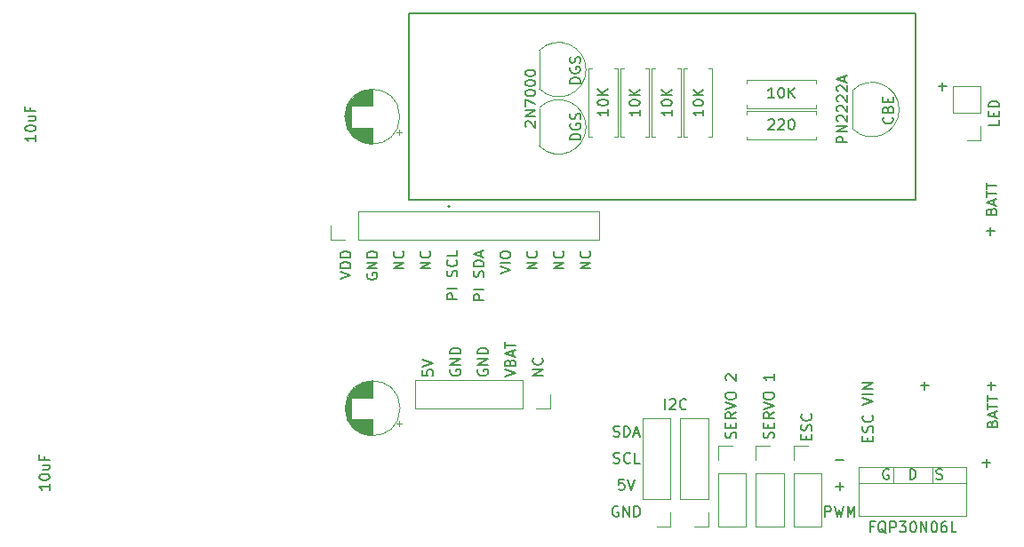
<source format=gbr>
%TF.GenerationSoftware,KiCad,Pcbnew,(5.1.8)-1*%
%TF.CreationDate,2021-12-28T16:16:16-05:00*%
%TF.ProjectId,PiRaceHat,50695261-6365-4486-9174-2e6b69636164,rev?*%
%TF.SameCoordinates,Original*%
%TF.FileFunction,Legend,Top*%
%TF.FilePolarity,Positive*%
%FSLAX46Y46*%
G04 Gerber Fmt 4.6, Leading zero omitted, Abs format (unit mm)*
G04 Created by KiCad (PCBNEW (5.1.8)-1) date 2021-12-28 16:16:16*
%MOMM*%
%LPD*%
G01*
G04 APERTURE LIST*
%ADD10C,0.150000*%
%ADD11C,0.120000*%
%ADD12C,0.127000*%
%ADD13C,0.200000*%
%ADD14R,4.000000X4.000000*%
%ADD15C,4.000000*%
%ADD16R,1.700000X1.700000*%
%ADD17O,1.700000X1.700000*%
%ADD18C,6.200000*%
%ADD19R,1.500000X1.050000*%
%ADD20O,1.500000X1.050000*%
%ADD21R,1.905000X2.000000*%
%ADD22O,1.905000X2.000000*%
%ADD23R,1.574800X1.574800*%
%ADD24C,1.574800*%
%ADD25C,1.200000*%
%ADD26R,1.600000X1.600000*%
%ADD27C,1.600000*%
%ADD28O,1.600000X1.600000*%
G04 APERTURE END LIST*
D10*
X47445708Y-54911904D02*
X48445708Y-54578570D01*
X47445708Y-54245237D01*
X48445708Y-53911904D02*
X47445708Y-53911904D01*
X47445708Y-53245237D02*
X47445708Y-53054761D01*
X47493328Y-52959523D01*
X47588566Y-52864285D01*
X47779042Y-52816666D01*
X48112375Y-52816666D01*
X48302851Y-52864285D01*
X48398089Y-52959523D01*
X48445708Y-53054761D01*
X48445708Y-53245237D01*
X48398089Y-53340475D01*
X48302851Y-53435713D01*
X48112375Y-53483332D01*
X47779042Y-53483332D01*
X47588566Y-53435713D01*
X47493328Y-53340475D01*
X47445708Y-53245237D01*
X56062380Y-54435714D02*
X55062380Y-54435714D01*
X56062380Y-53864285D01*
X55062380Y-53864285D01*
X55967142Y-52816666D02*
X56014761Y-52864285D01*
X56062380Y-53007142D01*
X56062380Y-53102380D01*
X56014761Y-53245238D01*
X55919523Y-53340476D01*
X55824285Y-53388095D01*
X55633809Y-53435714D01*
X55490952Y-53435714D01*
X55300476Y-53388095D01*
X55205238Y-53340476D01*
X55110000Y-53245238D01*
X55062380Y-53102380D01*
X55062380Y-53007142D01*
X55110000Y-52864285D01*
X55157619Y-52816666D01*
X53523484Y-54435714D02*
X52523484Y-54435714D01*
X53523484Y-53864285D01*
X52523484Y-53864285D01*
X53428246Y-52816666D02*
X53475865Y-52864285D01*
X53523484Y-53007142D01*
X53523484Y-53102380D01*
X53475865Y-53245238D01*
X53380627Y-53340476D01*
X53285389Y-53388095D01*
X53094913Y-53435714D01*
X52952056Y-53435714D01*
X52761580Y-53388095D01*
X52666342Y-53340476D01*
X52571104Y-53245238D01*
X52523484Y-53102380D01*
X52523484Y-53007142D01*
X52571104Y-52864285D01*
X52618723Y-52816666D01*
X50984596Y-54435714D02*
X49984596Y-54435714D01*
X50984596Y-53864285D01*
X49984596Y-53864285D01*
X50889358Y-52816666D02*
X50936977Y-52864285D01*
X50984596Y-53007142D01*
X50984596Y-53102380D01*
X50936977Y-53245238D01*
X50841739Y-53340476D01*
X50746501Y-53388095D01*
X50556025Y-53435714D01*
X50413168Y-53435714D01*
X50222692Y-53388095D01*
X50127454Y-53340476D01*
X50032216Y-53245238D01*
X49984596Y-53102380D01*
X49984596Y-53007142D01*
X50032216Y-52864285D01*
X50079835Y-52816666D01*
X55122380Y-42168095D02*
X54122380Y-42168095D01*
X54122380Y-41930000D01*
X54170000Y-41787142D01*
X54265238Y-41691904D01*
X54360476Y-41644285D01*
X54550952Y-41596666D01*
X54693809Y-41596666D01*
X54884285Y-41644285D01*
X54979523Y-41691904D01*
X55074761Y-41787142D01*
X55122380Y-41930000D01*
X55122380Y-42168095D01*
X54170000Y-40644285D02*
X54122380Y-40739523D01*
X54122380Y-40882380D01*
X54170000Y-41025238D01*
X54265238Y-41120476D01*
X54360476Y-41168095D01*
X54550952Y-41215714D01*
X54693809Y-41215714D01*
X54884285Y-41168095D01*
X54979523Y-41120476D01*
X55074761Y-41025238D01*
X55122380Y-40882380D01*
X55122380Y-40787142D01*
X55074761Y-40644285D01*
X55027142Y-40596666D01*
X54693809Y-40596666D01*
X54693809Y-40787142D01*
X55074761Y-40215714D02*
X55122380Y-40072857D01*
X55122380Y-39834761D01*
X55074761Y-39739523D01*
X55027142Y-39691904D01*
X54931904Y-39644285D01*
X54836666Y-39644285D01*
X54741428Y-39691904D01*
X54693809Y-39739523D01*
X54646190Y-39834761D01*
X54598571Y-40025238D01*
X54550952Y-40120476D01*
X54503333Y-40168095D01*
X54408095Y-40215714D01*
X54312857Y-40215714D01*
X54217619Y-40168095D01*
X54170000Y-40120476D01*
X54122380Y-40025238D01*
X54122380Y-39787142D01*
X54170000Y-39644285D01*
X55092380Y-36798095D02*
X54092380Y-36798095D01*
X54092380Y-36560000D01*
X54140000Y-36417142D01*
X54235238Y-36321904D01*
X54330476Y-36274285D01*
X54520952Y-36226666D01*
X54663809Y-36226666D01*
X54854285Y-36274285D01*
X54949523Y-36321904D01*
X55044761Y-36417142D01*
X55092380Y-36560000D01*
X55092380Y-36798095D01*
X54140000Y-35274285D02*
X54092380Y-35369523D01*
X54092380Y-35512380D01*
X54140000Y-35655238D01*
X54235238Y-35750476D01*
X54330476Y-35798095D01*
X54520952Y-35845714D01*
X54663809Y-35845714D01*
X54854285Y-35798095D01*
X54949523Y-35750476D01*
X55044761Y-35655238D01*
X55092380Y-35512380D01*
X55092380Y-35417142D01*
X55044761Y-35274285D01*
X54997142Y-35226666D01*
X54663809Y-35226666D01*
X54663809Y-35417142D01*
X55044761Y-34845714D02*
X55092380Y-34702857D01*
X55092380Y-34464761D01*
X55044761Y-34369523D01*
X54997142Y-34321904D01*
X54901904Y-34274285D01*
X54806666Y-34274285D01*
X54711428Y-34321904D01*
X54663809Y-34369523D01*
X54616190Y-34464761D01*
X54568571Y-34655238D01*
X54520952Y-34750476D01*
X54473333Y-34798095D01*
X54378095Y-34845714D01*
X54282857Y-34845714D01*
X54187619Y-34798095D01*
X54140000Y-34750476D01*
X54092380Y-34655238D01*
X54092380Y-34417142D01*
X54140000Y-34274285D01*
X49917619Y-40944285D02*
X49870000Y-40896666D01*
X49822380Y-40801428D01*
X49822380Y-40563333D01*
X49870000Y-40468095D01*
X49917619Y-40420476D01*
X50012857Y-40372857D01*
X50108095Y-40372857D01*
X50250952Y-40420476D01*
X50822380Y-40991904D01*
X50822380Y-40372857D01*
X50822380Y-39944285D02*
X49822380Y-39944285D01*
X50822380Y-39372857D01*
X49822380Y-39372857D01*
X49822380Y-38991904D02*
X49822380Y-38325238D01*
X50822380Y-38753809D01*
X49822380Y-37753809D02*
X49822380Y-37658571D01*
X49870000Y-37563333D01*
X49917619Y-37515714D01*
X50012857Y-37468095D01*
X50203333Y-37420476D01*
X50441428Y-37420476D01*
X50631904Y-37468095D01*
X50727142Y-37515714D01*
X50774761Y-37563333D01*
X50822380Y-37658571D01*
X50822380Y-37753809D01*
X50774761Y-37849047D01*
X50727142Y-37896666D01*
X50631904Y-37944285D01*
X50441428Y-37991904D01*
X50203333Y-37991904D01*
X50012857Y-37944285D01*
X49917619Y-37896666D01*
X49870000Y-37849047D01*
X49822380Y-37753809D01*
X49822380Y-36801428D02*
X49822380Y-36706190D01*
X49870000Y-36610952D01*
X49917619Y-36563333D01*
X50012857Y-36515714D01*
X50203333Y-36468095D01*
X50441428Y-36468095D01*
X50631904Y-36515714D01*
X50727142Y-36563333D01*
X50774761Y-36610952D01*
X50822380Y-36706190D01*
X50822380Y-36801428D01*
X50774761Y-36896666D01*
X50727142Y-36944285D01*
X50631904Y-36991904D01*
X50441428Y-37039523D01*
X50203333Y-37039523D01*
X50012857Y-36991904D01*
X49917619Y-36944285D01*
X49870000Y-36896666D01*
X49822380Y-36801428D01*
X49822380Y-35849047D02*
X49822380Y-35753809D01*
X49870000Y-35658571D01*
X49917619Y-35610952D01*
X50012857Y-35563333D01*
X50203333Y-35515714D01*
X50441428Y-35515714D01*
X50631904Y-35563333D01*
X50727142Y-35610952D01*
X50774761Y-35658571D01*
X50822380Y-35753809D01*
X50822380Y-35849047D01*
X50774761Y-35944285D01*
X50727142Y-35991904D01*
X50631904Y-36039523D01*
X50441428Y-36087142D01*
X50203333Y-36087142D01*
X50012857Y-36039523D01*
X49917619Y-35991904D01*
X49870000Y-35944285D01*
X49822380Y-35849047D01*
X84787142Y-40012857D02*
X84834761Y-40060476D01*
X84882380Y-40203333D01*
X84882380Y-40298571D01*
X84834761Y-40441428D01*
X84739523Y-40536666D01*
X84644285Y-40584285D01*
X84453809Y-40631904D01*
X84310952Y-40631904D01*
X84120476Y-40584285D01*
X84025238Y-40536666D01*
X83930000Y-40441428D01*
X83882380Y-40298571D01*
X83882380Y-40203333D01*
X83930000Y-40060476D01*
X83977619Y-40012857D01*
X84358571Y-39250952D02*
X84406190Y-39108095D01*
X84453809Y-39060476D01*
X84549047Y-39012857D01*
X84691904Y-39012857D01*
X84787142Y-39060476D01*
X84834761Y-39108095D01*
X84882380Y-39203333D01*
X84882380Y-39584285D01*
X83882380Y-39584285D01*
X83882380Y-39250952D01*
X83930000Y-39155714D01*
X83977619Y-39108095D01*
X84072857Y-39060476D01*
X84168095Y-39060476D01*
X84263333Y-39108095D01*
X84310952Y-39155714D01*
X84358571Y-39250952D01*
X84358571Y-39584285D01*
X84358571Y-38584285D02*
X84358571Y-38250952D01*
X84882380Y-38108095D02*
X84882380Y-38584285D01*
X83882380Y-38584285D01*
X83882380Y-38108095D01*
X3212380Y-41731428D02*
X3212380Y-42302857D01*
X3212380Y-42017142D02*
X2212380Y-42017142D01*
X2355238Y-42112380D01*
X2450476Y-42207619D01*
X2498095Y-42302857D01*
X2212380Y-41112380D02*
X2212380Y-41017142D01*
X2260000Y-40921904D01*
X2307619Y-40874285D01*
X2402857Y-40826666D01*
X2593333Y-40779047D01*
X2831428Y-40779047D01*
X3021904Y-40826666D01*
X3117142Y-40874285D01*
X3164761Y-40921904D01*
X3212380Y-41017142D01*
X3212380Y-41112380D01*
X3164761Y-41207619D01*
X3117142Y-41255238D01*
X3021904Y-41302857D01*
X2831428Y-41350476D01*
X2593333Y-41350476D01*
X2402857Y-41302857D01*
X2307619Y-41255238D01*
X2260000Y-41207619D01*
X2212380Y-41112380D01*
X2545714Y-39921904D02*
X3212380Y-39921904D01*
X2545714Y-40350476D02*
X3069523Y-40350476D01*
X3164761Y-40302857D01*
X3212380Y-40207619D01*
X3212380Y-40064761D01*
X3164761Y-39969523D01*
X3117142Y-39921904D01*
X2688571Y-39112380D02*
X2688571Y-39445714D01*
X3212380Y-39445714D02*
X2212380Y-39445714D01*
X2212380Y-38969523D01*
X40829044Y-54435714D02*
X39829044Y-54435714D01*
X40829044Y-53864285D01*
X39829044Y-53864285D01*
X40733806Y-52816666D02*
X40781425Y-52864285D01*
X40829044Y-53007142D01*
X40829044Y-53102380D01*
X40781425Y-53245238D01*
X40686187Y-53340476D01*
X40590949Y-53388095D01*
X40400473Y-53435714D01*
X40257616Y-53435714D01*
X40067140Y-53388095D01*
X39971902Y-53340476D01*
X39876664Y-53245238D01*
X39829044Y-53102380D01*
X39829044Y-53007142D01*
X39876664Y-52864285D01*
X39924283Y-52816666D01*
X38290156Y-54435714D02*
X37290156Y-54435714D01*
X38290156Y-53864285D01*
X37290156Y-53864285D01*
X38194918Y-52816666D02*
X38242537Y-52864285D01*
X38290156Y-53007142D01*
X38290156Y-53102380D01*
X38242537Y-53245238D01*
X38147299Y-53340476D01*
X38052061Y-53388095D01*
X37861585Y-53435714D01*
X37718728Y-53435714D01*
X37528252Y-53388095D01*
X37433014Y-53340476D01*
X37337776Y-53245238D01*
X37290156Y-53102380D01*
X37290156Y-53007142D01*
X37337776Y-52864285D01*
X37385395Y-52816666D01*
X43367932Y-57388094D02*
X42367932Y-57388094D01*
X42367932Y-57007142D01*
X42415552Y-56911904D01*
X42463171Y-56864285D01*
X42558409Y-56816666D01*
X42701266Y-56816666D01*
X42796504Y-56864285D01*
X42844123Y-56911904D01*
X42891742Y-57007142D01*
X42891742Y-57388094D01*
X43367932Y-56388094D02*
X42367932Y-56388094D01*
X43320313Y-55197618D02*
X43367932Y-55054761D01*
X43367932Y-54816666D01*
X43320313Y-54721428D01*
X43272694Y-54673809D01*
X43177456Y-54626190D01*
X43082218Y-54626190D01*
X42986980Y-54673809D01*
X42939361Y-54721428D01*
X42891742Y-54816666D01*
X42844123Y-55007142D01*
X42796504Y-55102380D01*
X42748885Y-55149999D01*
X42653647Y-55197618D01*
X42558409Y-55197618D01*
X42463171Y-55149999D01*
X42415552Y-55102380D01*
X42367932Y-55007142D01*
X42367932Y-54769047D01*
X42415552Y-54626190D01*
X43272694Y-53626190D02*
X43320313Y-53673809D01*
X43367932Y-53816666D01*
X43367932Y-53911904D01*
X43320313Y-54054761D01*
X43225075Y-54149999D01*
X43129837Y-54197618D01*
X42939361Y-54245237D01*
X42796504Y-54245237D01*
X42606028Y-54197618D01*
X42510790Y-54149999D01*
X42415552Y-54054761D01*
X42367932Y-53911904D01*
X42367932Y-53816666D01*
X42415552Y-53673809D01*
X42463171Y-53626190D01*
X43367932Y-52721428D02*
X43367932Y-53197618D01*
X42367932Y-53197618D01*
X45906820Y-57435714D02*
X44906820Y-57435714D01*
X44906820Y-57054761D01*
X44954440Y-56959523D01*
X45002059Y-56911904D01*
X45097297Y-56864285D01*
X45240154Y-56864285D01*
X45335392Y-56911904D01*
X45383011Y-56959523D01*
X45430630Y-57054761D01*
X45430630Y-57435714D01*
X45906820Y-56435714D02*
X44906820Y-56435714D01*
X45859201Y-55245238D02*
X45906820Y-55102380D01*
X45906820Y-54864285D01*
X45859201Y-54769047D01*
X45811582Y-54721428D01*
X45716344Y-54673809D01*
X45621106Y-54673809D01*
X45525868Y-54721428D01*
X45478249Y-54769047D01*
X45430630Y-54864285D01*
X45383011Y-55054761D01*
X45335392Y-55150000D01*
X45287773Y-55197619D01*
X45192535Y-55245238D01*
X45097297Y-55245238D01*
X45002059Y-55197619D01*
X44954440Y-55150000D01*
X44906820Y-55054761D01*
X44906820Y-54816666D01*
X44954440Y-54673809D01*
X45906820Y-54245238D02*
X44906820Y-54245238D01*
X44906820Y-54007142D01*
X44954440Y-53864285D01*
X45049678Y-53769047D01*
X45144916Y-53721428D01*
X45335392Y-53673809D01*
X45478249Y-53673809D01*
X45668725Y-53721428D01*
X45763963Y-53769047D01*
X45859201Y-53864285D01*
X45906820Y-54007142D01*
X45906820Y-54245238D01*
X45621106Y-53292857D02*
X45621106Y-52816666D01*
X45906820Y-53388095D02*
X44906820Y-53054761D01*
X45906820Y-52721428D01*
X32212380Y-55388095D02*
X33212380Y-55054762D01*
X32212380Y-54721428D01*
X33212380Y-54388095D02*
X32212380Y-54388095D01*
X32212380Y-54150000D01*
X32260000Y-54007142D01*
X32355238Y-53911904D01*
X32450476Y-53864285D01*
X32640952Y-53816666D01*
X32783809Y-53816666D01*
X32974285Y-53864285D01*
X33069523Y-53911904D01*
X33164761Y-54007142D01*
X33212380Y-54150000D01*
X33212380Y-54388095D01*
X33212380Y-53388095D02*
X32212380Y-53388095D01*
X32212380Y-53150000D01*
X32260000Y-53007142D01*
X32355238Y-52911904D01*
X32450476Y-52864285D01*
X32640952Y-52816666D01*
X32783809Y-52816666D01*
X32974285Y-52864285D01*
X33069523Y-52911904D01*
X33164761Y-53007142D01*
X33212380Y-53150000D01*
X33212380Y-53388095D01*
X34798888Y-54911904D02*
X34751268Y-55007142D01*
X34751268Y-55150000D01*
X34798888Y-55292857D01*
X34894126Y-55388095D01*
X34989364Y-55435714D01*
X35179840Y-55483333D01*
X35322697Y-55483333D01*
X35513173Y-55435714D01*
X35608411Y-55388095D01*
X35703649Y-55292857D01*
X35751268Y-55150000D01*
X35751268Y-55054761D01*
X35703649Y-54911904D01*
X35656030Y-54864285D01*
X35322697Y-54864285D01*
X35322697Y-55054761D01*
X35751268Y-54435714D02*
X34751268Y-54435714D01*
X35751268Y-53864285D01*
X34751268Y-53864285D01*
X35751268Y-53388095D02*
X34751268Y-53388095D01*
X34751268Y-53150000D01*
X34798888Y-53007142D01*
X34894126Y-52911904D01*
X34989364Y-52864285D01*
X35179840Y-52816666D01*
X35322697Y-52816666D01*
X35513173Y-52864285D01*
X35608411Y-52911904D01*
X35703649Y-53007142D01*
X35751268Y-53150000D01*
X35751268Y-53388095D01*
X51542380Y-64615714D02*
X50542380Y-64615714D01*
X51542380Y-64044285D01*
X50542380Y-64044285D01*
X51447142Y-62996666D02*
X51494761Y-63044285D01*
X51542380Y-63187142D01*
X51542380Y-63282380D01*
X51494761Y-63425238D01*
X51399523Y-63520476D01*
X51304285Y-63568095D01*
X51113809Y-63615714D01*
X50970952Y-63615714D01*
X50780476Y-63568095D01*
X50685238Y-63520476D01*
X50590000Y-63425238D01*
X50542380Y-63282380D01*
X50542380Y-63187142D01*
X50590000Y-63044285D01*
X50637619Y-62996666D01*
X47924880Y-64758571D02*
X48924880Y-64425237D01*
X47924880Y-64091904D01*
X48401071Y-63425237D02*
X48448690Y-63282380D01*
X48496309Y-63234761D01*
X48591547Y-63187142D01*
X48734404Y-63187142D01*
X48829642Y-63234761D01*
X48877261Y-63282380D01*
X48924880Y-63377618D01*
X48924880Y-63758571D01*
X47924880Y-63758571D01*
X47924880Y-63425237D01*
X47972500Y-63329999D01*
X48020119Y-63282380D01*
X48115357Y-63234761D01*
X48210595Y-63234761D01*
X48305833Y-63282380D01*
X48353452Y-63329999D01*
X48401071Y-63425237D01*
X48401071Y-63758571D01*
X48639166Y-62806190D02*
X48639166Y-62329999D01*
X48924880Y-62901428D02*
X47924880Y-62568094D01*
X48924880Y-62234761D01*
X47924880Y-62044285D02*
X47924880Y-61472856D01*
X48924880Y-61758571D02*
X47924880Y-61758571D01*
X45355000Y-64091904D02*
X45307380Y-64187142D01*
X45307380Y-64330000D01*
X45355000Y-64472857D01*
X45450238Y-64568095D01*
X45545476Y-64615714D01*
X45735952Y-64663333D01*
X45878809Y-64663333D01*
X46069285Y-64615714D01*
X46164523Y-64568095D01*
X46259761Y-64472857D01*
X46307380Y-64330000D01*
X46307380Y-64234761D01*
X46259761Y-64091904D01*
X46212142Y-64044285D01*
X45878809Y-64044285D01*
X45878809Y-64234761D01*
X46307380Y-63615714D02*
X45307380Y-63615714D01*
X46307380Y-63044285D01*
X45307380Y-63044285D01*
X46307380Y-62568095D02*
X45307380Y-62568095D01*
X45307380Y-62330000D01*
X45355000Y-62187142D01*
X45450238Y-62091904D01*
X45545476Y-62044285D01*
X45735952Y-61996666D01*
X45878809Y-61996666D01*
X46069285Y-62044285D01*
X46164523Y-62091904D01*
X46259761Y-62187142D01*
X46307380Y-62330000D01*
X46307380Y-62568095D01*
X42737500Y-64091904D02*
X42689880Y-64187142D01*
X42689880Y-64330000D01*
X42737500Y-64472857D01*
X42832738Y-64568095D01*
X42927976Y-64615714D01*
X43118452Y-64663333D01*
X43261309Y-64663333D01*
X43451785Y-64615714D01*
X43547023Y-64568095D01*
X43642261Y-64472857D01*
X43689880Y-64330000D01*
X43689880Y-64234761D01*
X43642261Y-64091904D01*
X43594642Y-64044285D01*
X43261309Y-64044285D01*
X43261309Y-64234761D01*
X43689880Y-63615714D02*
X42689880Y-63615714D01*
X43689880Y-63044285D01*
X42689880Y-63044285D01*
X43689880Y-62568095D02*
X42689880Y-62568095D01*
X42689880Y-62330000D01*
X42737500Y-62187142D01*
X42832738Y-62091904D01*
X42927976Y-62044285D01*
X43118452Y-61996666D01*
X43261309Y-61996666D01*
X43451785Y-62044285D01*
X43547023Y-62091904D01*
X43642261Y-62187142D01*
X43689880Y-62330000D01*
X43689880Y-62568095D01*
X40072380Y-64139523D02*
X40072380Y-64615713D01*
X40548571Y-64663332D01*
X40500952Y-64615713D01*
X40453333Y-64520475D01*
X40453333Y-64282380D01*
X40500952Y-64187142D01*
X40548571Y-64139523D01*
X40643809Y-64091904D01*
X40881904Y-64091904D01*
X40977142Y-64139523D01*
X41024761Y-64187142D01*
X41072380Y-64282380D01*
X41072380Y-64520475D01*
X41024761Y-64615713D01*
X40977142Y-64663332D01*
X40072380Y-63806189D02*
X41072380Y-63472856D01*
X40072380Y-63139523D01*
X94992380Y-40267857D02*
X94992380Y-40744047D01*
X93992380Y-40744047D01*
X94468571Y-39934523D02*
X94468571Y-39601190D01*
X94992380Y-39458333D02*
X94992380Y-39934523D01*
X93992380Y-39934523D01*
X93992380Y-39458333D01*
X94992380Y-39029761D02*
X93992380Y-39029761D01*
X93992380Y-38791666D01*
X94040000Y-38648809D01*
X94135238Y-38553571D01*
X94230476Y-38505952D01*
X94420952Y-38458333D01*
X94563809Y-38458333D01*
X94754285Y-38505952D01*
X94849523Y-38553571D01*
X94944761Y-38648809D01*
X94992380Y-38791666D01*
X94992380Y-39029761D01*
X89209047Y-37061428D02*
X89970952Y-37061428D01*
X89590000Y-37442380D02*
X89590000Y-36680476D01*
X4542380Y-74991428D02*
X4542380Y-75562857D01*
X4542380Y-75277142D02*
X3542380Y-75277142D01*
X3685238Y-75372380D01*
X3780476Y-75467619D01*
X3828095Y-75562857D01*
X3542380Y-74372380D02*
X3542380Y-74277142D01*
X3590000Y-74181904D01*
X3637619Y-74134285D01*
X3732857Y-74086666D01*
X3923333Y-74039047D01*
X4161428Y-74039047D01*
X4351904Y-74086666D01*
X4447142Y-74134285D01*
X4494761Y-74181904D01*
X4542380Y-74277142D01*
X4542380Y-74372380D01*
X4494761Y-74467619D01*
X4447142Y-74515238D01*
X4351904Y-74562857D01*
X4161428Y-74610476D01*
X3923333Y-74610476D01*
X3732857Y-74562857D01*
X3637619Y-74515238D01*
X3590000Y-74467619D01*
X3542380Y-74372380D01*
X3875714Y-73181904D02*
X4542380Y-73181904D01*
X3875714Y-73610476D02*
X4399523Y-73610476D01*
X4494761Y-73562857D01*
X4542380Y-73467619D01*
X4542380Y-73324761D01*
X4494761Y-73229523D01*
X4447142Y-73181904D01*
X4018571Y-72372380D02*
X4018571Y-72705714D01*
X4542380Y-72705714D02*
X3542380Y-72705714D01*
X3542380Y-72229523D01*
X63173809Y-67882380D02*
X63173809Y-66882380D01*
X63602380Y-66977619D02*
X63650000Y-66930000D01*
X63745238Y-66882380D01*
X63983333Y-66882380D01*
X64078571Y-66930000D01*
X64126190Y-66977619D01*
X64173809Y-67072857D01*
X64173809Y-67168095D01*
X64126190Y-67310952D01*
X63554761Y-67882380D01*
X64173809Y-67882380D01*
X65173809Y-67787142D02*
X65126190Y-67834761D01*
X64983333Y-67882380D01*
X64888095Y-67882380D01*
X64745238Y-67834761D01*
X64650000Y-67739523D01*
X64602380Y-67644285D01*
X64554761Y-67453809D01*
X64554761Y-67310952D01*
X64602380Y-67120476D01*
X64650000Y-67025238D01*
X64745238Y-66930000D01*
X64888095Y-66882380D01*
X64983333Y-66882380D01*
X65126190Y-66930000D01*
X65173809Y-66977619D01*
X58235714Y-70427261D02*
X58378571Y-70474880D01*
X58616666Y-70474880D01*
X58711904Y-70427261D01*
X58759523Y-70379642D01*
X58807142Y-70284404D01*
X58807142Y-70189166D01*
X58759523Y-70093928D01*
X58711904Y-70046309D01*
X58616666Y-69998690D01*
X58426190Y-69951071D01*
X58330952Y-69903452D01*
X58283333Y-69855833D01*
X58235714Y-69760595D01*
X58235714Y-69665357D01*
X58283333Y-69570119D01*
X58330952Y-69522500D01*
X58426190Y-69474880D01*
X58664285Y-69474880D01*
X58807142Y-69522500D01*
X59235714Y-70474880D02*
X59235714Y-69474880D01*
X59473809Y-69474880D01*
X59616666Y-69522500D01*
X59711904Y-69617738D01*
X59759523Y-69712976D01*
X59807142Y-69903452D01*
X59807142Y-70046309D01*
X59759523Y-70236785D01*
X59711904Y-70332023D01*
X59616666Y-70427261D01*
X59473809Y-70474880D01*
X59235714Y-70474880D01*
X60188095Y-70189166D02*
X60664285Y-70189166D01*
X60092857Y-70474880D02*
X60426190Y-69474880D01*
X60759523Y-70474880D01*
X58259523Y-72967261D02*
X58402380Y-73014880D01*
X58640476Y-73014880D01*
X58735714Y-72967261D01*
X58783333Y-72919642D01*
X58830952Y-72824404D01*
X58830952Y-72729166D01*
X58783333Y-72633928D01*
X58735714Y-72586309D01*
X58640476Y-72538690D01*
X58450000Y-72491071D01*
X58354761Y-72443452D01*
X58307142Y-72395833D01*
X58259523Y-72300595D01*
X58259523Y-72205357D01*
X58307142Y-72110119D01*
X58354761Y-72062500D01*
X58450000Y-72014880D01*
X58688095Y-72014880D01*
X58830952Y-72062500D01*
X59830952Y-72919642D02*
X59783333Y-72967261D01*
X59640476Y-73014880D01*
X59545238Y-73014880D01*
X59402380Y-72967261D01*
X59307142Y-72872023D01*
X59259523Y-72776785D01*
X59211904Y-72586309D01*
X59211904Y-72443452D01*
X59259523Y-72252976D01*
X59307142Y-72157738D01*
X59402380Y-72062500D01*
X59545238Y-72014880D01*
X59640476Y-72014880D01*
X59783333Y-72062500D01*
X59830952Y-72110119D01*
X60735714Y-73014880D02*
X60259523Y-73014880D01*
X60259523Y-72014880D01*
X59259523Y-74554880D02*
X58783333Y-74554880D01*
X58735714Y-75031071D01*
X58783333Y-74983452D01*
X58878571Y-74935833D01*
X59116666Y-74935833D01*
X59211904Y-74983452D01*
X59259523Y-75031071D01*
X59307142Y-75126309D01*
X59307142Y-75364404D01*
X59259523Y-75459642D01*
X59211904Y-75507261D01*
X59116666Y-75554880D01*
X58878571Y-75554880D01*
X58783333Y-75507261D01*
X58735714Y-75459642D01*
X59592857Y-74554880D02*
X59926190Y-75554880D01*
X60259523Y-74554880D01*
X58688095Y-77142500D02*
X58592857Y-77094880D01*
X58450000Y-77094880D01*
X58307142Y-77142500D01*
X58211904Y-77237738D01*
X58164285Y-77332976D01*
X58116666Y-77523452D01*
X58116666Y-77666309D01*
X58164285Y-77856785D01*
X58211904Y-77952023D01*
X58307142Y-78047261D01*
X58450000Y-78094880D01*
X58545238Y-78094880D01*
X58688095Y-78047261D01*
X58735714Y-77999642D01*
X58735714Y-77666309D01*
X58545238Y-77666309D01*
X59164285Y-78094880D02*
X59164285Y-77094880D01*
X59735714Y-78094880D01*
X59735714Y-77094880D01*
X60211904Y-78094880D02*
X60211904Y-77094880D01*
X60450000Y-77094880D01*
X60592857Y-77142500D01*
X60688095Y-77237738D01*
X60735714Y-77332976D01*
X60783333Y-77523452D01*
X60783333Y-77666309D01*
X60735714Y-77856785D01*
X60688095Y-77952023D01*
X60592857Y-78047261D01*
X60450000Y-78094880D01*
X60211904Y-78094880D01*
X93409047Y-72971428D02*
X94170952Y-72971428D01*
X93790000Y-73352380D02*
X93790000Y-72590476D01*
X88994285Y-74504761D02*
X89137142Y-74552380D01*
X89375238Y-74552380D01*
X89470476Y-74504761D01*
X89518095Y-74457142D01*
X89565714Y-74361904D01*
X89565714Y-74266666D01*
X89518095Y-74171428D01*
X89470476Y-74123809D01*
X89375238Y-74076190D01*
X89184761Y-74028571D01*
X89089523Y-73980952D01*
X89041904Y-73933333D01*
X88994285Y-73838095D01*
X88994285Y-73742857D01*
X89041904Y-73647619D01*
X89089523Y-73600000D01*
X89184761Y-73552380D01*
X89422857Y-73552380D01*
X89565714Y-73600000D01*
X86478095Y-74552380D02*
X86478095Y-73552380D01*
X86716190Y-73552380D01*
X86859047Y-73600000D01*
X86954285Y-73695238D01*
X87001904Y-73790476D01*
X87049523Y-73980952D01*
X87049523Y-74123809D01*
X87001904Y-74314285D01*
X86954285Y-74409523D01*
X86859047Y-74504761D01*
X86716190Y-74552380D01*
X86478095Y-74552380D01*
X84461904Y-73600000D02*
X84366666Y-73552380D01*
X84223809Y-73552380D01*
X84080952Y-73600000D01*
X83985714Y-73695238D01*
X83938095Y-73790476D01*
X83890476Y-73980952D01*
X83890476Y-74123809D01*
X83938095Y-74314285D01*
X83985714Y-74409523D01*
X84080952Y-74504761D01*
X84223809Y-74552380D01*
X84319047Y-74552380D01*
X84461904Y-74504761D01*
X84509523Y-74457142D01*
X84509523Y-74123809D01*
X84319047Y-74123809D01*
X73477261Y-70617618D02*
X73524880Y-70474760D01*
X73524880Y-70236665D01*
X73477261Y-70141427D01*
X73429642Y-70093808D01*
X73334404Y-70046189D01*
X73239166Y-70046189D01*
X73143928Y-70093808D01*
X73096309Y-70141427D01*
X73048690Y-70236665D01*
X73001071Y-70427141D01*
X72953452Y-70522379D01*
X72905833Y-70569999D01*
X72810595Y-70617618D01*
X72715357Y-70617618D01*
X72620119Y-70569999D01*
X72572500Y-70522379D01*
X72524880Y-70427141D01*
X72524880Y-70189046D01*
X72572500Y-70046189D01*
X73001071Y-69617618D02*
X73001071Y-69284284D01*
X73524880Y-69141427D02*
X73524880Y-69617618D01*
X72524880Y-69617618D01*
X72524880Y-69141427D01*
X73524880Y-68141427D02*
X73048690Y-68474760D01*
X73524880Y-68712856D02*
X72524880Y-68712856D01*
X72524880Y-68331903D01*
X72572500Y-68236665D01*
X72620119Y-68189046D01*
X72715357Y-68141427D01*
X72858214Y-68141427D01*
X72953452Y-68189046D01*
X73001071Y-68236665D01*
X73048690Y-68331903D01*
X73048690Y-68712856D01*
X72524880Y-67855713D02*
X73524880Y-67522379D01*
X72524880Y-67189046D01*
X72524880Y-66665237D02*
X72524880Y-66474760D01*
X72572500Y-66379522D01*
X72667738Y-66284284D01*
X72858214Y-66236665D01*
X73191547Y-66236665D01*
X73382023Y-66284284D01*
X73477261Y-66379522D01*
X73524880Y-66474760D01*
X73524880Y-66665237D01*
X73477261Y-66760475D01*
X73382023Y-66855713D01*
X73191547Y-66903332D01*
X72858214Y-66903332D01*
X72667738Y-66855713D01*
X72572500Y-66760475D01*
X72524880Y-66665237D01*
X73524880Y-64522379D02*
X73524880Y-65093808D01*
X73524880Y-64808094D02*
X72524880Y-64808094D01*
X72667738Y-64903332D01*
X72762976Y-64998570D01*
X72810595Y-65093808D01*
X69877261Y-70617618D02*
X69924880Y-70474760D01*
X69924880Y-70236665D01*
X69877261Y-70141427D01*
X69829642Y-70093808D01*
X69734404Y-70046189D01*
X69639166Y-70046189D01*
X69543928Y-70093808D01*
X69496309Y-70141427D01*
X69448690Y-70236665D01*
X69401071Y-70427141D01*
X69353452Y-70522379D01*
X69305833Y-70569999D01*
X69210595Y-70617618D01*
X69115357Y-70617618D01*
X69020119Y-70569999D01*
X68972500Y-70522379D01*
X68924880Y-70427141D01*
X68924880Y-70189046D01*
X68972500Y-70046189D01*
X69401071Y-69617618D02*
X69401071Y-69284284D01*
X69924880Y-69141427D02*
X69924880Y-69617618D01*
X68924880Y-69617618D01*
X68924880Y-69141427D01*
X69924880Y-68141427D02*
X69448690Y-68474760D01*
X69924880Y-68712856D02*
X68924880Y-68712856D01*
X68924880Y-68331903D01*
X68972500Y-68236665D01*
X69020119Y-68189046D01*
X69115357Y-68141427D01*
X69258214Y-68141427D01*
X69353452Y-68189046D01*
X69401071Y-68236665D01*
X69448690Y-68331903D01*
X69448690Y-68712856D01*
X68924880Y-67855713D02*
X69924880Y-67522379D01*
X68924880Y-67189046D01*
X68924880Y-66665237D02*
X68924880Y-66474760D01*
X68972500Y-66379522D01*
X69067738Y-66284284D01*
X69258214Y-66236665D01*
X69591547Y-66236665D01*
X69782023Y-66284284D01*
X69877261Y-66379522D01*
X69924880Y-66474760D01*
X69924880Y-66665237D01*
X69877261Y-66760475D01*
X69782023Y-66855713D01*
X69591547Y-66903332D01*
X69258214Y-66903332D01*
X69067738Y-66855713D01*
X68972500Y-66760475D01*
X68924880Y-66665237D01*
X69020119Y-65093808D02*
X68972500Y-65046189D01*
X68924880Y-64950951D01*
X68924880Y-64712856D01*
X68972500Y-64617618D01*
X69020119Y-64569999D01*
X69115357Y-64522379D01*
X69210595Y-64522379D01*
X69353452Y-64569999D01*
X69924880Y-65141427D01*
X69924880Y-64522379D01*
X76611071Y-70760476D02*
X76611071Y-70427142D01*
X77134880Y-70284285D02*
X77134880Y-70760476D01*
X76134880Y-70760476D01*
X76134880Y-70284285D01*
X77087261Y-69903333D02*
X77134880Y-69760476D01*
X77134880Y-69522380D01*
X77087261Y-69427142D01*
X77039642Y-69379523D01*
X76944404Y-69331904D01*
X76849166Y-69331904D01*
X76753928Y-69379523D01*
X76706309Y-69427142D01*
X76658690Y-69522380D01*
X76611071Y-69712857D01*
X76563452Y-69808095D01*
X76515833Y-69855714D01*
X76420595Y-69903333D01*
X76325357Y-69903333D01*
X76230119Y-69855714D01*
X76182500Y-69808095D01*
X76134880Y-69712857D01*
X76134880Y-69474761D01*
X76182500Y-69331904D01*
X77039642Y-68331904D02*
X77087261Y-68379523D01*
X77134880Y-68522380D01*
X77134880Y-68617619D01*
X77087261Y-68760476D01*
X76992023Y-68855714D01*
X76896785Y-68903333D01*
X76706309Y-68950952D01*
X76563452Y-68950952D01*
X76372976Y-68903333D01*
X76277738Y-68855714D01*
X76182500Y-68760476D01*
X76134880Y-68617619D01*
X76134880Y-68522380D01*
X76182500Y-68379523D01*
X76230119Y-68331904D01*
X78405238Y-78124880D02*
X78405238Y-77124880D01*
X78786190Y-77124880D01*
X78881428Y-77172500D01*
X78929047Y-77220119D01*
X78976666Y-77315357D01*
X78976666Y-77458214D01*
X78929047Y-77553452D01*
X78881428Y-77601071D01*
X78786190Y-77648690D01*
X78405238Y-77648690D01*
X79310000Y-77124880D02*
X79548095Y-78124880D01*
X79738571Y-77410595D01*
X79929047Y-78124880D01*
X80167142Y-77124880D01*
X80548095Y-78124880D02*
X80548095Y-77124880D01*
X80881428Y-77839166D01*
X81214761Y-77124880D01*
X81214761Y-78124880D01*
X80190953Y-72656071D02*
X79429048Y-72656071D01*
X79429047Y-75203928D02*
X80190952Y-75203928D01*
X79810000Y-75584880D02*
X79810000Y-74822976D01*
X93779047Y-50891428D02*
X94540952Y-50891428D01*
X94160000Y-51272380D02*
X94160000Y-50510476D01*
X94228571Y-48989047D02*
X94276190Y-48846190D01*
X94323809Y-48798571D01*
X94419047Y-48750952D01*
X94561904Y-48750952D01*
X94657142Y-48798571D01*
X94704761Y-48846190D01*
X94752380Y-48941428D01*
X94752380Y-49322380D01*
X93752380Y-49322380D01*
X93752380Y-48989047D01*
X93800000Y-48893809D01*
X93847619Y-48846190D01*
X93942857Y-48798571D01*
X94038095Y-48798571D01*
X94133333Y-48846190D01*
X94180952Y-48893809D01*
X94228571Y-48989047D01*
X94228571Y-49322380D01*
X94466666Y-48370000D02*
X94466666Y-47893809D01*
X94752380Y-48465238D02*
X93752380Y-48131904D01*
X94752380Y-47798571D01*
X93752380Y-47608095D02*
X93752380Y-47036666D01*
X94752380Y-47322380D02*
X93752380Y-47322380D01*
X93752380Y-46846190D02*
X93752380Y-46274761D01*
X94752380Y-46560476D02*
X93752380Y-46560476D01*
X87509047Y-65593928D02*
X88270952Y-65593928D01*
X87890000Y-65974880D02*
X87890000Y-65212976D01*
X93859047Y-65593928D02*
X94620952Y-65593928D01*
X94240000Y-65974880D02*
X94240000Y-65212976D01*
X82438571Y-70891904D02*
X82438571Y-70558571D01*
X82962380Y-70415714D02*
X82962380Y-70891904D01*
X81962380Y-70891904D01*
X81962380Y-70415714D01*
X82914761Y-70034761D02*
X82962380Y-69891904D01*
X82962380Y-69653809D01*
X82914761Y-69558571D01*
X82867142Y-69510952D01*
X82771904Y-69463333D01*
X82676666Y-69463333D01*
X82581428Y-69510952D01*
X82533809Y-69558571D01*
X82486190Y-69653809D01*
X82438571Y-69844285D01*
X82390952Y-69939523D01*
X82343333Y-69987142D01*
X82248095Y-70034761D01*
X82152857Y-70034761D01*
X82057619Y-69987142D01*
X82010000Y-69939523D01*
X81962380Y-69844285D01*
X81962380Y-69606190D01*
X82010000Y-69463333D01*
X82867142Y-68463333D02*
X82914761Y-68510952D01*
X82962380Y-68653809D01*
X82962380Y-68749047D01*
X82914761Y-68891904D01*
X82819523Y-68987142D01*
X82724285Y-69034761D01*
X82533809Y-69082380D01*
X82390952Y-69082380D01*
X82200476Y-69034761D01*
X82105238Y-68987142D01*
X82010000Y-68891904D01*
X81962380Y-68749047D01*
X81962380Y-68653809D01*
X82010000Y-68510952D01*
X82057619Y-68463333D01*
X81962380Y-67415714D02*
X82962380Y-67082380D01*
X81962380Y-66749047D01*
X82962380Y-66415714D02*
X81962380Y-66415714D01*
X82962380Y-65939523D02*
X81962380Y-65939523D01*
X82962380Y-65368095D01*
X81962380Y-65368095D01*
X94318571Y-69249047D02*
X94366190Y-69106190D01*
X94413809Y-69058571D01*
X94509047Y-69010952D01*
X94651904Y-69010952D01*
X94747142Y-69058571D01*
X94794761Y-69106190D01*
X94842380Y-69201428D01*
X94842380Y-69582380D01*
X93842380Y-69582380D01*
X93842380Y-69249047D01*
X93890000Y-69153809D01*
X93937619Y-69106190D01*
X94032857Y-69058571D01*
X94128095Y-69058571D01*
X94223333Y-69106190D01*
X94270952Y-69153809D01*
X94318571Y-69249047D01*
X94318571Y-69582380D01*
X94556666Y-68630000D02*
X94556666Y-68153809D01*
X94842380Y-68725238D02*
X93842380Y-68391904D01*
X94842380Y-68058571D01*
X93842380Y-67868095D02*
X93842380Y-67296666D01*
X94842380Y-67582380D02*
X93842380Y-67582380D01*
X93842380Y-67106190D02*
X93842380Y-66534761D01*
X94842380Y-66820476D02*
X93842380Y-66820476D01*
D11*
%TO.C,J3*%
X49590000Y-65090000D02*
X49590000Y-67750000D01*
X49590000Y-65090000D02*
X39370000Y-65090000D01*
X39370000Y-65090000D02*
X39370000Y-67750000D01*
X49590000Y-67750000D02*
X39370000Y-67750000D01*
X52190000Y-67750000D02*
X50860000Y-67750000D01*
X52190000Y-66420000D02*
X52190000Y-67750000D01*
%TO.C,J4*%
X75420000Y-79070000D02*
X78080000Y-79070000D01*
X75420000Y-73930000D02*
X75420000Y-79070000D01*
X78080000Y-73930000D02*
X78080000Y-79070000D01*
X75420000Y-73930000D02*
X78080000Y-73930000D01*
X75420000Y-72660000D02*
X75420000Y-71330000D01*
X75420000Y-71330000D02*
X76750000Y-71330000D01*
%TO.C,J5*%
X71810000Y-79070000D02*
X74470000Y-79070000D01*
X71810000Y-73930000D02*
X71810000Y-79070000D01*
X74470000Y-73930000D02*
X74470000Y-79070000D01*
X71810000Y-73930000D02*
X74470000Y-73930000D01*
X71810000Y-72660000D02*
X71810000Y-71330000D01*
X71810000Y-71330000D02*
X73140000Y-71330000D01*
%TO.C,J6*%
X68210000Y-71330000D02*
X69540000Y-71330000D01*
X68210000Y-72660000D02*
X68210000Y-71330000D01*
X68210000Y-73930000D02*
X70870000Y-73930000D01*
X70870000Y-73930000D02*
X70870000Y-79070000D01*
X68210000Y-73930000D02*
X68210000Y-79070000D01*
X68210000Y-79070000D02*
X70870000Y-79070000D01*
%TO.C,J10*%
X63670000Y-68760000D02*
X61010000Y-68760000D01*
X63670000Y-76440000D02*
X63670000Y-68760000D01*
X61010000Y-76440000D02*
X61010000Y-68760000D01*
X63670000Y-76440000D02*
X61010000Y-76440000D01*
X63670000Y-77710000D02*
X63670000Y-79040000D01*
X63670000Y-79040000D02*
X62340000Y-79040000D01*
%TO.C,J11*%
X67270000Y-79040000D02*
X65940000Y-79040000D01*
X67270000Y-77710000D02*
X67270000Y-79040000D01*
X67270000Y-76440000D02*
X64610000Y-76440000D01*
X64610000Y-76440000D02*
X64610000Y-68760000D01*
X67270000Y-76440000D02*
X67270000Y-68760000D01*
X67270000Y-68760000D02*
X64610000Y-68760000D01*
%TO.C,J12*%
X93230000Y-37030000D02*
X90570000Y-37030000D01*
X93230000Y-39630000D02*
X93230000Y-37030000D01*
X90570000Y-39630000D02*
X90570000Y-37030000D01*
X93230000Y-39630000D02*
X90570000Y-39630000D01*
X93230000Y-40900000D02*
X93230000Y-42230000D01*
X93230000Y-42230000D02*
X91900000Y-42230000D01*
%TO.C,Q1*%
X51180000Y-33680000D02*
X51180000Y-37280000D01*
X51191522Y-37318478D02*
G75*
G03*
X55630000Y-35480000I1838478J1838478D01*
G01*
X51191522Y-33641522D02*
G75*
G02*
X55630000Y-35480000I1838478J-1838478D01*
G01*
%TO.C,Q2*%
X51180000Y-39140000D02*
X51180000Y-42740000D01*
X51191522Y-39101522D02*
G75*
G02*
X55630000Y-40940000I1838478J-1838478D01*
G01*
X51191522Y-42778478D02*
G75*
G03*
X55630000Y-40940000I1838478J1838478D01*
G01*
%TO.C,Q3*%
X81010000Y-37490000D02*
X81010000Y-41090000D01*
X81021522Y-37451522D02*
G75*
G02*
X85460000Y-39290000I1838478J-1838478D01*
G01*
X81021522Y-41128478D02*
G75*
G03*
X85460000Y-39290000I1838478J1838478D01*
G01*
%TO.C,Q4*%
X81620000Y-73360000D02*
X91860000Y-73360000D01*
X81620000Y-78001000D02*
X91860000Y-78001000D01*
X81620000Y-73360000D02*
X81620000Y-78001000D01*
X91860000Y-73360000D02*
X91860000Y-78001000D01*
X81620000Y-74870000D02*
X91860000Y-74870000D01*
X84890000Y-73360000D02*
X84890000Y-74870000D01*
X88591000Y-73360000D02*
X88591000Y-74870000D01*
D12*
%TO.C,U1*%
X87030000Y-47900000D02*
X87030000Y-30120000D01*
X87030000Y-30120000D02*
X38770000Y-30120000D01*
X87030000Y-47900000D02*
X38770000Y-47900000D01*
X38770000Y-47900000D02*
X38770000Y-30120000D01*
D13*
X42680000Y-48535000D02*
G75*
G03*
X42680000Y-48535000I-100000J0D01*
G01*
D11*
%TO.C,C1*%
X37920000Y-67770000D02*
G75*
G03*
X37920000Y-67770000I-2620000J0D01*
G01*
X35300000Y-66730000D02*
X35300000Y-65190000D01*
X35300000Y-70350000D02*
X35300000Y-68810000D01*
X35260000Y-66730000D02*
X35260000Y-65190000D01*
X35260000Y-70350000D02*
X35260000Y-68810000D01*
X35220000Y-70349000D02*
X35220000Y-68810000D01*
X35220000Y-66730000D02*
X35220000Y-65191000D01*
X35180000Y-70348000D02*
X35180000Y-68810000D01*
X35180000Y-66730000D02*
X35180000Y-65192000D01*
X35140000Y-70346000D02*
X35140000Y-68810000D01*
X35140000Y-66730000D02*
X35140000Y-65194000D01*
X35100000Y-70343000D02*
X35100000Y-68810000D01*
X35100000Y-66730000D02*
X35100000Y-65197000D01*
X35060000Y-70339000D02*
X35060000Y-68810000D01*
X35060000Y-66730000D02*
X35060000Y-65201000D01*
X35020000Y-70335000D02*
X35020000Y-68810000D01*
X35020000Y-66730000D02*
X35020000Y-65205000D01*
X34980000Y-70331000D02*
X34980000Y-68810000D01*
X34980000Y-66730000D02*
X34980000Y-65209000D01*
X34940000Y-70326000D02*
X34940000Y-68810000D01*
X34940000Y-66730000D02*
X34940000Y-65214000D01*
X34900000Y-70320000D02*
X34900000Y-68810000D01*
X34900000Y-66730000D02*
X34900000Y-65220000D01*
X34860000Y-70313000D02*
X34860000Y-68810000D01*
X34860000Y-66730000D02*
X34860000Y-65227000D01*
X34820000Y-70306000D02*
X34820000Y-68810000D01*
X34820000Y-66730000D02*
X34820000Y-65234000D01*
X34780000Y-70298000D02*
X34780000Y-68810000D01*
X34780000Y-66730000D02*
X34780000Y-65242000D01*
X34740000Y-70290000D02*
X34740000Y-68810000D01*
X34740000Y-66730000D02*
X34740000Y-65250000D01*
X34700000Y-70281000D02*
X34700000Y-68810000D01*
X34700000Y-66730000D02*
X34700000Y-65259000D01*
X34660000Y-70271000D02*
X34660000Y-68810000D01*
X34660000Y-66730000D02*
X34660000Y-65269000D01*
X34620000Y-70261000D02*
X34620000Y-68810000D01*
X34620000Y-66730000D02*
X34620000Y-65279000D01*
X34579000Y-70250000D02*
X34579000Y-68810000D01*
X34579000Y-66730000D02*
X34579000Y-65290000D01*
X34539000Y-70238000D02*
X34539000Y-68810000D01*
X34539000Y-66730000D02*
X34539000Y-65302000D01*
X34499000Y-70225000D02*
X34499000Y-68810000D01*
X34499000Y-66730000D02*
X34499000Y-65315000D01*
X34459000Y-70212000D02*
X34459000Y-68810000D01*
X34459000Y-66730000D02*
X34459000Y-65328000D01*
X34419000Y-70198000D02*
X34419000Y-68810000D01*
X34419000Y-66730000D02*
X34419000Y-65342000D01*
X34379000Y-70184000D02*
X34379000Y-68810000D01*
X34379000Y-66730000D02*
X34379000Y-65356000D01*
X34339000Y-70168000D02*
X34339000Y-68810000D01*
X34339000Y-66730000D02*
X34339000Y-65372000D01*
X34299000Y-70152000D02*
X34299000Y-68810000D01*
X34299000Y-66730000D02*
X34299000Y-65388000D01*
X34259000Y-70135000D02*
X34259000Y-68810000D01*
X34259000Y-66730000D02*
X34259000Y-65405000D01*
X34219000Y-70118000D02*
X34219000Y-68810000D01*
X34219000Y-66730000D02*
X34219000Y-65422000D01*
X34179000Y-70099000D02*
X34179000Y-68810000D01*
X34179000Y-66730000D02*
X34179000Y-65441000D01*
X34139000Y-70080000D02*
X34139000Y-68810000D01*
X34139000Y-66730000D02*
X34139000Y-65460000D01*
X34099000Y-70060000D02*
X34099000Y-68810000D01*
X34099000Y-66730000D02*
X34099000Y-65480000D01*
X34059000Y-70038000D02*
X34059000Y-68810000D01*
X34059000Y-66730000D02*
X34059000Y-65502000D01*
X34019000Y-70017000D02*
X34019000Y-68810000D01*
X34019000Y-66730000D02*
X34019000Y-65523000D01*
X33979000Y-69994000D02*
X33979000Y-68810000D01*
X33979000Y-66730000D02*
X33979000Y-65546000D01*
X33939000Y-69970000D02*
X33939000Y-68810000D01*
X33939000Y-66730000D02*
X33939000Y-65570000D01*
X33899000Y-69945000D02*
X33899000Y-68810000D01*
X33899000Y-66730000D02*
X33899000Y-65595000D01*
X33859000Y-69919000D02*
X33859000Y-68810000D01*
X33859000Y-66730000D02*
X33859000Y-65621000D01*
X33819000Y-69892000D02*
X33819000Y-68810000D01*
X33819000Y-66730000D02*
X33819000Y-65648000D01*
X33779000Y-69865000D02*
X33779000Y-68810000D01*
X33779000Y-66730000D02*
X33779000Y-65675000D01*
X33739000Y-69835000D02*
X33739000Y-68810000D01*
X33739000Y-66730000D02*
X33739000Y-65705000D01*
X33699000Y-69805000D02*
X33699000Y-68810000D01*
X33699000Y-66730000D02*
X33699000Y-65735000D01*
X33659000Y-69774000D02*
X33659000Y-68810000D01*
X33659000Y-66730000D02*
X33659000Y-65766000D01*
X33619000Y-69741000D02*
X33619000Y-68810000D01*
X33619000Y-66730000D02*
X33619000Y-65799000D01*
X33579000Y-69707000D02*
X33579000Y-68810000D01*
X33579000Y-66730000D02*
X33579000Y-65833000D01*
X33539000Y-69671000D02*
X33539000Y-68810000D01*
X33539000Y-66730000D02*
X33539000Y-65869000D01*
X33499000Y-69634000D02*
X33499000Y-68810000D01*
X33499000Y-66730000D02*
X33499000Y-65906000D01*
X33459000Y-69596000D02*
X33459000Y-68810000D01*
X33459000Y-66730000D02*
X33459000Y-65944000D01*
X33419000Y-69555000D02*
X33419000Y-68810000D01*
X33419000Y-66730000D02*
X33419000Y-65985000D01*
X33379000Y-69513000D02*
X33379000Y-68810000D01*
X33379000Y-66730000D02*
X33379000Y-66027000D01*
X33339000Y-69469000D02*
X33339000Y-68810000D01*
X33339000Y-66730000D02*
X33339000Y-66071000D01*
X33299000Y-69423000D02*
X33299000Y-68810000D01*
X33299000Y-66730000D02*
X33299000Y-66117000D01*
X33259000Y-69375000D02*
X33259000Y-66165000D01*
X33219000Y-69324000D02*
X33219000Y-66216000D01*
X33179000Y-69270000D02*
X33179000Y-66270000D01*
X33139000Y-69213000D02*
X33139000Y-66327000D01*
X33099000Y-69153000D02*
X33099000Y-66387000D01*
X33059000Y-69089000D02*
X33059000Y-66451000D01*
X33019000Y-69021000D02*
X33019000Y-66519000D01*
X32979000Y-68948000D02*
X32979000Y-66592000D01*
X32939000Y-68868000D02*
X32939000Y-66672000D01*
X32899000Y-68781000D02*
X32899000Y-66759000D01*
X32859000Y-68685000D02*
X32859000Y-66855000D01*
X32819000Y-68575000D02*
X32819000Y-66965000D01*
X32779000Y-68447000D02*
X32779000Y-67093000D01*
X32739000Y-68288000D02*
X32739000Y-67252000D01*
X32699000Y-68054000D02*
X32699000Y-67486000D01*
X38104775Y-69245000D02*
X37604775Y-69245000D01*
X37854775Y-69495000D02*
X37854775Y-68995000D01*
%TO.C,C2*%
X37824775Y-41685000D02*
X37824775Y-41185000D01*
X38074775Y-41435000D02*
X37574775Y-41435000D01*
X32669000Y-40244000D02*
X32669000Y-39676000D01*
X32709000Y-40478000D02*
X32709000Y-39442000D01*
X32749000Y-40637000D02*
X32749000Y-39283000D01*
X32789000Y-40765000D02*
X32789000Y-39155000D01*
X32829000Y-40875000D02*
X32829000Y-39045000D01*
X32869000Y-40971000D02*
X32869000Y-38949000D01*
X32909000Y-41058000D02*
X32909000Y-38862000D01*
X32949000Y-41138000D02*
X32949000Y-38782000D01*
X32989000Y-41211000D02*
X32989000Y-38709000D01*
X33029000Y-41279000D02*
X33029000Y-38641000D01*
X33069000Y-41343000D02*
X33069000Y-38577000D01*
X33109000Y-41403000D02*
X33109000Y-38517000D01*
X33149000Y-41460000D02*
X33149000Y-38460000D01*
X33189000Y-41514000D02*
X33189000Y-38406000D01*
X33229000Y-41565000D02*
X33229000Y-38355000D01*
X33269000Y-38920000D02*
X33269000Y-38307000D01*
X33269000Y-41613000D02*
X33269000Y-41000000D01*
X33309000Y-38920000D02*
X33309000Y-38261000D01*
X33309000Y-41659000D02*
X33309000Y-41000000D01*
X33349000Y-38920000D02*
X33349000Y-38217000D01*
X33349000Y-41703000D02*
X33349000Y-41000000D01*
X33389000Y-38920000D02*
X33389000Y-38175000D01*
X33389000Y-41745000D02*
X33389000Y-41000000D01*
X33429000Y-38920000D02*
X33429000Y-38134000D01*
X33429000Y-41786000D02*
X33429000Y-41000000D01*
X33469000Y-38920000D02*
X33469000Y-38096000D01*
X33469000Y-41824000D02*
X33469000Y-41000000D01*
X33509000Y-38920000D02*
X33509000Y-38059000D01*
X33509000Y-41861000D02*
X33509000Y-41000000D01*
X33549000Y-38920000D02*
X33549000Y-38023000D01*
X33549000Y-41897000D02*
X33549000Y-41000000D01*
X33589000Y-38920000D02*
X33589000Y-37989000D01*
X33589000Y-41931000D02*
X33589000Y-41000000D01*
X33629000Y-38920000D02*
X33629000Y-37956000D01*
X33629000Y-41964000D02*
X33629000Y-41000000D01*
X33669000Y-38920000D02*
X33669000Y-37925000D01*
X33669000Y-41995000D02*
X33669000Y-41000000D01*
X33709000Y-38920000D02*
X33709000Y-37895000D01*
X33709000Y-42025000D02*
X33709000Y-41000000D01*
X33749000Y-38920000D02*
X33749000Y-37865000D01*
X33749000Y-42055000D02*
X33749000Y-41000000D01*
X33789000Y-38920000D02*
X33789000Y-37838000D01*
X33789000Y-42082000D02*
X33789000Y-41000000D01*
X33829000Y-38920000D02*
X33829000Y-37811000D01*
X33829000Y-42109000D02*
X33829000Y-41000000D01*
X33869000Y-38920000D02*
X33869000Y-37785000D01*
X33869000Y-42135000D02*
X33869000Y-41000000D01*
X33909000Y-38920000D02*
X33909000Y-37760000D01*
X33909000Y-42160000D02*
X33909000Y-41000000D01*
X33949000Y-38920000D02*
X33949000Y-37736000D01*
X33949000Y-42184000D02*
X33949000Y-41000000D01*
X33989000Y-38920000D02*
X33989000Y-37713000D01*
X33989000Y-42207000D02*
X33989000Y-41000000D01*
X34029000Y-38920000D02*
X34029000Y-37692000D01*
X34029000Y-42228000D02*
X34029000Y-41000000D01*
X34069000Y-38920000D02*
X34069000Y-37670000D01*
X34069000Y-42250000D02*
X34069000Y-41000000D01*
X34109000Y-38920000D02*
X34109000Y-37650000D01*
X34109000Y-42270000D02*
X34109000Y-41000000D01*
X34149000Y-38920000D02*
X34149000Y-37631000D01*
X34149000Y-42289000D02*
X34149000Y-41000000D01*
X34189000Y-38920000D02*
X34189000Y-37612000D01*
X34189000Y-42308000D02*
X34189000Y-41000000D01*
X34229000Y-38920000D02*
X34229000Y-37595000D01*
X34229000Y-42325000D02*
X34229000Y-41000000D01*
X34269000Y-38920000D02*
X34269000Y-37578000D01*
X34269000Y-42342000D02*
X34269000Y-41000000D01*
X34309000Y-38920000D02*
X34309000Y-37562000D01*
X34309000Y-42358000D02*
X34309000Y-41000000D01*
X34349000Y-38920000D02*
X34349000Y-37546000D01*
X34349000Y-42374000D02*
X34349000Y-41000000D01*
X34389000Y-38920000D02*
X34389000Y-37532000D01*
X34389000Y-42388000D02*
X34389000Y-41000000D01*
X34429000Y-38920000D02*
X34429000Y-37518000D01*
X34429000Y-42402000D02*
X34429000Y-41000000D01*
X34469000Y-38920000D02*
X34469000Y-37505000D01*
X34469000Y-42415000D02*
X34469000Y-41000000D01*
X34509000Y-38920000D02*
X34509000Y-37492000D01*
X34509000Y-42428000D02*
X34509000Y-41000000D01*
X34549000Y-38920000D02*
X34549000Y-37480000D01*
X34549000Y-42440000D02*
X34549000Y-41000000D01*
X34590000Y-38920000D02*
X34590000Y-37469000D01*
X34590000Y-42451000D02*
X34590000Y-41000000D01*
X34630000Y-38920000D02*
X34630000Y-37459000D01*
X34630000Y-42461000D02*
X34630000Y-41000000D01*
X34670000Y-38920000D02*
X34670000Y-37449000D01*
X34670000Y-42471000D02*
X34670000Y-41000000D01*
X34710000Y-38920000D02*
X34710000Y-37440000D01*
X34710000Y-42480000D02*
X34710000Y-41000000D01*
X34750000Y-38920000D02*
X34750000Y-37432000D01*
X34750000Y-42488000D02*
X34750000Y-41000000D01*
X34790000Y-38920000D02*
X34790000Y-37424000D01*
X34790000Y-42496000D02*
X34790000Y-41000000D01*
X34830000Y-38920000D02*
X34830000Y-37417000D01*
X34830000Y-42503000D02*
X34830000Y-41000000D01*
X34870000Y-38920000D02*
X34870000Y-37410000D01*
X34870000Y-42510000D02*
X34870000Y-41000000D01*
X34910000Y-38920000D02*
X34910000Y-37404000D01*
X34910000Y-42516000D02*
X34910000Y-41000000D01*
X34950000Y-38920000D02*
X34950000Y-37399000D01*
X34950000Y-42521000D02*
X34950000Y-41000000D01*
X34990000Y-38920000D02*
X34990000Y-37395000D01*
X34990000Y-42525000D02*
X34990000Y-41000000D01*
X35030000Y-38920000D02*
X35030000Y-37391000D01*
X35030000Y-42529000D02*
X35030000Y-41000000D01*
X35070000Y-38920000D02*
X35070000Y-37387000D01*
X35070000Y-42533000D02*
X35070000Y-41000000D01*
X35110000Y-38920000D02*
X35110000Y-37384000D01*
X35110000Y-42536000D02*
X35110000Y-41000000D01*
X35150000Y-38920000D02*
X35150000Y-37382000D01*
X35150000Y-42538000D02*
X35150000Y-41000000D01*
X35190000Y-38920000D02*
X35190000Y-37381000D01*
X35190000Y-42539000D02*
X35190000Y-41000000D01*
X35230000Y-42540000D02*
X35230000Y-41000000D01*
X35230000Y-38920000D02*
X35230000Y-37380000D01*
X35270000Y-42540000D02*
X35270000Y-41000000D01*
X35270000Y-38920000D02*
X35270000Y-37380000D01*
X37890000Y-39960000D02*
G75*
G03*
X37890000Y-39960000I-2620000J0D01*
G01*
%TO.C,R1*%
X58890000Y-41880000D02*
X59220000Y-41880000D01*
X58890000Y-35340000D02*
X58890000Y-41880000D01*
X59220000Y-35340000D02*
X58890000Y-35340000D01*
X61630000Y-41880000D02*
X61300000Y-41880000D01*
X61630000Y-35340000D02*
X61630000Y-41880000D01*
X61300000Y-35340000D02*
X61630000Y-35340000D01*
%TO.C,R2*%
X58300000Y-35340000D02*
X58630000Y-35340000D01*
X58630000Y-35340000D02*
X58630000Y-41880000D01*
X58630000Y-41880000D02*
X58300000Y-41880000D01*
X56220000Y-35340000D02*
X55890000Y-35340000D01*
X55890000Y-35340000D02*
X55890000Y-41880000D01*
X55890000Y-41880000D02*
X56220000Y-41880000D01*
%TO.C,R3*%
X67300000Y-35340000D02*
X67630000Y-35340000D01*
X67630000Y-35340000D02*
X67630000Y-41880000D01*
X67630000Y-41880000D02*
X67300000Y-41880000D01*
X65220000Y-35340000D02*
X64890000Y-35340000D01*
X64890000Y-35340000D02*
X64890000Y-41880000D01*
X64890000Y-41880000D02*
X65220000Y-41880000D01*
%TO.C,R4*%
X61890000Y-41880000D02*
X62220000Y-41880000D01*
X61890000Y-35340000D02*
X61890000Y-41880000D01*
X62220000Y-35340000D02*
X61890000Y-35340000D01*
X64630000Y-41880000D02*
X64300000Y-41880000D01*
X64630000Y-35340000D02*
X64630000Y-41880000D01*
X64300000Y-35340000D02*
X64630000Y-35340000D01*
%TO.C,R5*%
X70970000Y-36760000D02*
X70970000Y-36430000D01*
X70970000Y-36430000D02*
X77510000Y-36430000D01*
X77510000Y-36430000D02*
X77510000Y-36760000D01*
X70970000Y-38840000D02*
X70970000Y-39170000D01*
X70970000Y-39170000D02*
X77510000Y-39170000D01*
X77510000Y-39170000D02*
X77510000Y-38840000D01*
%TO.C,R6*%
X77510000Y-42170000D02*
X77510000Y-41840000D01*
X70970000Y-42170000D02*
X77510000Y-42170000D01*
X70970000Y-41840000D02*
X70970000Y-42170000D01*
X77510000Y-39430000D02*
X77510000Y-39760000D01*
X70970000Y-39430000D02*
X77510000Y-39430000D01*
X70970000Y-39760000D02*
X70970000Y-39430000D01*
%TO.C,J14*%
X31350000Y-51670000D02*
X31350000Y-50340000D01*
X32680000Y-51670000D02*
X31350000Y-51670000D01*
X33950000Y-51670000D02*
X33950000Y-49010000D01*
X33950000Y-49010000D02*
X56870000Y-49010000D01*
X33950000Y-51670000D02*
X56870000Y-51670000D01*
X56870000Y-51670000D02*
X56870000Y-49010000D01*
%TO.C,Q3*%
D10*
X80522380Y-42409047D02*
X79522380Y-42409047D01*
X79522380Y-42028095D01*
X79570000Y-41932857D01*
X79617619Y-41885238D01*
X79712857Y-41837619D01*
X79855714Y-41837619D01*
X79950952Y-41885238D01*
X79998571Y-41932857D01*
X80046190Y-42028095D01*
X80046190Y-42409047D01*
X80522380Y-41409047D02*
X79522380Y-41409047D01*
X80522380Y-40837619D01*
X79522380Y-40837619D01*
X79617619Y-40409047D02*
X79570000Y-40361428D01*
X79522380Y-40266190D01*
X79522380Y-40028095D01*
X79570000Y-39932857D01*
X79617619Y-39885238D01*
X79712857Y-39837619D01*
X79808095Y-39837619D01*
X79950952Y-39885238D01*
X80522380Y-40456666D01*
X80522380Y-39837619D01*
X79617619Y-39456666D02*
X79570000Y-39409047D01*
X79522380Y-39313809D01*
X79522380Y-39075714D01*
X79570000Y-38980476D01*
X79617619Y-38932857D01*
X79712857Y-38885238D01*
X79808095Y-38885238D01*
X79950952Y-38932857D01*
X80522380Y-39504285D01*
X80522380Y-38885238D01*
X79617619Y-38504285D02*
X79570000Y-38456666D01*
X79522380Y-38361428D01*
X79522380Y-38123333D01*
X79570000Y-38028095D01*
X79617619Y-37980476D01*
X79712857Y-37932857D01*
X79808095Y-37932857D01*
X79950952Y-37980476D01*
X80522380Y-38551904D01*
X80522380Y-37932857D01*
X79617619Y-37551904D02*
X79570000Y-37504285D01*
X79522380Y-37409047D01*
X79522380Y-37170952D01*
X79570000Y-37075714D01*
X79617619Y-37028095D01*
X79712857Y-36980476D01*
X79808095Y-36980476D01*
X79950952Y-37028095D01*
X80522380Y-37599523D01*
X80522380Y-36980476D01*
X80236666Y-36599523D02*
X80236666Y-36123333D01*
X80522380Y-36694761D02*
X79522380Y-36361428D01*
X80522380Y-36028095D01*
%TO.C,Q4*%
X83025714Y-79058571D02*
X82692380Y-79058571D01*
X82692380Y-79582380D02*
X82692380Y-78582380D01*
X83168571Y-78582380D01*
X84216190Y-79677619D02*
X84120952Y-79630000D01*
X84025714Y-79534761D01*
X83882857Y-79391904D01*
X83787619Y-79344285D01*
X83692380Y-79344285D01*
X83740000Y-79582380D02*
X83644761Y-79534761D01*
X83549523Y-79439523D01*
X83501904Y-79249047D01*
X83501904Y-78915714D01*
X83549523Y-78725238D01*
X83644761Y-78630000D01*
X83740000Y-78582380D01*
X83930476Y-78582380D01*
X84025714Y-78630000D01*
X84120952Y-78725238D01*
X84168571Y-78915714D01*
X84168571Y-79249047D01*
X84120952Y-79439523D01*
X84025714Y-79534761D01*
X83930476Y-79582380D01*
X83740000Y-79582380D01*
X84597142Y-79582380D02*
X84597142Y-78582380D01*
X84978095Y-78582380D01*
X85073333Y-78630000D01*
X85120952Y-78677619D01*
X85168571Y-78772857D01*
X85168571Y-78915714D01*
X85120952Y-79010952D01*
X85073333Y-79058571D01*
X84978095Y-79106190D01*
X84597142Y-79106190D01*
X85501904Y-78582380D02*
X86120952Y-78582380D01*
X85787619Y-78963333D01*
X85930476Y-78963333D01*
X86025714Y-79010952D01*
X86073333Y-79058571D01*
X86120952Y-79153809D01*
X86120952Y-79391904D01*
X86073333Y-79487142D01*
X86025714Y-79534761D01*
X85930476Y-79582380D01*
X85644761Y-79582380D01*
X85549523Y-79534761D01*
X85501904Y-79487142D01*
X86740000Y-78582380D02*
X86835238Y-78582380D01*
X86930476Y-78630000D01*
X86978095Y-78677619D01*
X87025714Y-78772857D01*
X87073333Y-78963333D01*
X87073333Y-79201428D01*
X87025714Y-79391904D01*
X86978095Y-79487142D01*
X86930476Y-79534761D01*
X86835238Y-79582380D01*
X86740000Y-79582380D01*
X86644761Y-79534761D01*
X86597142Y-79487142D01*
X86549523Y-79391904D01*
X86501904Y-79201428D01*
X86501904Y-78963333D01*
X86549523Y-78772857D01*
X86597142Y-78677619D01*
X86644761Y-78630000D01*
X86740000Y-78582380D01*
X87501904Y-79582380D02*
X87501904Y-78582380D01*
X88073333Y-79582380D01*
X88073333Y-78582380D01*
X88740000Y-78582380D02*
X88835238Y-78582380D01*
X88930476Y-78630000D01*
X88978095Y-78677619D01*
X89025714Y-78772857D01*
X89073333Y-78963333D01*
X89073333Y-79201428D01*
X89025714Y-79391904D01*
X88978095Y-79487142D01*
X88930476Y-79534761D01*
X88835238Y-79582380D01*
X88740000Y-79582380D01*
X88644761Y-79534761D01*
X88597142Y-79487142D01*
X88549523Y-79391904D01*
X88501904Y-79201428D01*
X88501904Y-78963333D01*
X88549523Y-78772857D01*
X88597142Y-78677619D01*
X88644761Y-78630000D01*
X88740000Y-78582380D01*
X89930476Y-78582380D02*
X89740000Y-78582380D01*
X89644761Y-78630000D01*
X89597142Y-78677619D01*
X89501904Y-78820476D01*
X89454285Y-79010952D01*
X89454285Y-79391904D01*
X89501904Y-79487142D01*
X89549523Y-79534761D01*
X89644761Y-79582380D01*
X89835238Y-79582380D01*
X89930476Y-79534761D01*
X89978095Y-79487142D01*
X90025714Y-79391904D01*
X90025714Y-79153809D01*
X89978095Y-79058571D01*
X89930476Y-79010952D01*
X89835238Y-78963333D01*
X89644761Y-78963333D01*
X89549523Y-79010952D01*
X89501904Y-79058571D01*
X89454285Y-79153809D01*
X90930476Y-79582380D02*
X90454285Y-79582380D01*
X90454285Y-78582380D01*
%TO.C,R1*%
X60742380Y-39310476D02*
X60742380Y-39881904D01*
X60742380Y-39596190D02*
X59742380Y-39596190D01*
X59885238Y-39691428D01*
X59980476Y-39786666D01*
X60028095Y-39881904D01*
X59742380Y-38691428D02*
X59742380Y-38596190D01*
X59790000Y-38500952D01*
X59837619Y-38453333D01*
X59932857Y-38405714D01*
X60123333Y-38358095D01*
X60361428Y-38358095D01*
X60551904Y-38405714D01*
X60647142Y-38453333D01*
X60694761Y-38500952D01*
X60742380Y-38596190D01*
X60742380Y-38691428D01*
X60694761Y-38786666D01*
X60647142Y-38834285D01*
X60551904Y-38881904D01*
X60361428Y-38929523D01*
X60123333Y-38929523D01*
X59932857Y-38881904D01*
X59837619Y-38834285D01*
X59790000Y-38786666D01*
X59742380Y-38691428D01*
X60742380Y-37929523D02*
X59742380Y-37929523D01*
X60742380Y-37358095D02*
X60170952Y-37786666D01*
X59742380Y-37358095D02*
X60313809Y-37929523D01*
%TO.C,R2*%
X57732380Y-39290476D02*
X57732380Y-39861904D01*
X57732380Y-39576190D02*
X56732380Y-39576190D01*
X56875238Y-39671428D01*
X56970476Y-39766666D01*
X57018095Y-39861904D01*
X56732380Y-38671428D02*
X56732380Y-38576190D01*
X56780000Y-38480952D01*
X56827619Y-38433333D01*
X56922857Y-38385714D01*
X57113333Y-38338095D01*
X57351428Y-38338095D01*
X57541904Y-38385714D01*
X57637142Y-38433333D01*
X57684761Y-38480952D01*
X57732380Y-38576190D01*
X57732380Y-38671428D01*
X57684761Y-38766666D01*
X57637142Y-38814285D01*
X57541904Y-38861904D01*
X57351428Y-38909523D01*
X57113333Y-38909523D01*
X56922857Y-38861904D01*
X56827619Y-38814285D01*
X56780000Y-38766666D01*
X56732380Y-38671428D01*
X57732380Y-37909523D02*
X56732380Y-37909523D01*
X57732380Y-37338095D02*
X57160952Y-37766666D01*
X56732380Y-37338095D02*
X57303809Y-37909523D01*
%TO.C,R3*%
X66812380Y-39310476D02*
X66812380Y-39881904D01*
X66812380Y-39596190D02*
X65812380Y-39596190D01*
X65955238Y-39691428D01*
X66050476Y-39786666D01*
X66098095Y-39881904D01*
X65812380Y-38691428D02*
X65812380Y-38596190D01*
X65860000Y-38500952D01*
X65907619Y-38453333D01*
X66002857Y-38405714D01*
X66193333Y-38358095D01*
X66431428Y-38358095D01*
X66621904Y-38405714D01*
X66717142Y-38453333D01*
X66764761Y-38500952D01*
X66812380Y-38596190D01*
X66812380Y-38691428D01*
X66764761Y-38786666D01*
X66717142Y-38834285D01*
X66621904Y-38881904D01*
X66431428Y-38929523D01*
X66193333Y-38929523D01*
X66002857Y-38881904D01*
X65907619Y-38834285D01*
X65860000Y-38786666D01*
X65812380Y-38691428D01*
X66812380Y-37929523D02*
X65812380Y-37929523D01*
X66812380Y-37358095D02*
X66240952Y-37786666D01*
X65812380Y-37358095D02*
X66383809Y-37929523D01*
%TO.C,R4*%
X63822380Y-39310476D02*
X63822380Y-39881904D01*
X63822380Y-39596190D02*
X62822380Y-39596190D01*
X62965238Y-39691428D01*
X63060476Y-39786666D01*
X63108095Y-39881904D01*
X62822380Y-38691428D02*
X62822380Y-38596190D01*
X62870000Y-38500952D01*
X62917619Y-38453333D01*
X63012857Y-38405714D01*
X63203333Y-38358095D01*
X63441428Y-38358095D01*
X63631904Y-38405714D01*
X63727142Y-38453333D01*
X63774761Y-38500952D01*
X63822380Y-38596190D01*
X63822380Y-38691428D01*
X63774761Y-38786666D01*
X63727142Y-38834285D01*
X63631904Y-38881904D01*
X63441428Y-38929523D01*
X63203333Y-38929523D01*
X63012857Y-38881904D01*
X62917619Y-38834285D01*
X62870000Y-38786666D01*
X62822380Y-38691428D01*
X63822380Y-37929523D02*
X62822380Y-37929523D01*
X63822380Y-37358095D02*
X63250952Y-37786666D01*
X62822380Y-37358095D02*
X63393809Y-37929523D01*
%TO.C,R5*%
X73549523Y-38184880D02*
X72978095Y-38184880D01*
X73263809Y-38184880D02*
X73263809Y-37184880D01*
X73168571Y-37327738D01*
X73073333Y-37422976D01*
X72978095Y-37470595D01*
X74168571Y-37184880D02*
X74263809Y-37184880D01*
X74359047Y-37232500D01*
X74406666Y-37280119D01*
X74454285Y-37375357D01*
X74501904Y-37565833D01*
X74501904Y-37803928D01*
X74454285Y-37994404D01*
X74406666Y-38089642D01*
X74359047Y-38137261D01*
X74263809Y-38184880D01*
X74168571Y-38184880D01*
X74073333Y-38137261D01*
X74025714Y-38089642D01*
X73978095Y-37994404D01*
X73930476Y-37803928D01*
X73930476Y-37565833D01*
X73978095Y-37375357D01*
X74025714Y-37280119D01*
X74073333Y-37232500D01*
X74168571Y-37184880D01*
X74930476Y-38184880D02*
X74930476Y-37184880D01*
X75501904Y-38184880D02*
X75073333Y-37613452D01*
X75501904Y-37184880D02*
X74930476Y-37756309D01*
%TO.C,R6*%
X73001904Y-40280119D02*
X73049523Y-40232500D01*
X73144761Y-40184880D01*
X73382857Y-40184880D01*
X73478095Y-40232500D01*
X73525714Y-40280119D01*
X73573333Y-40375357D01*
X73573333Y-40470595D01*
X73525714Y-40613452D01*
X72954285Y-41184880D01*
X73573333Y-41184880D01*
X73954285Y-40280119D02*
X74001904Y-40232500D01*
X74097142Y-40184880D01*
X74335238Y-40184880D01*
X74430476Y-40232500D01*
X74478095Y-40280119D01*
X74525714Y-40375357D01*
X74525714Y-40470595D01*
X74478095Y-40613452D01*
X73906666Y-41184880D01*
X74525714Y-41184880D01*
X75144761Y-40184880D02*
X75240000Y-40184880D01*
X75335238Y-40232500D01*
X75382857Y-40280119D01*
X75430476Y-40375357D01*
X75478095Y-40565833D01*
X75478095Y-40803928D01*
X75430476Y-40994404D01*
X75382857Y-41089642D01*
X75335238Y-41137261D01*
X75240000Y-41184880D01*
X75144761Y-41184880D01*
X75049523Y-41137261D01*
X75001904Y-41089642D01*
X74954285Y-40994404D01*
X74906666Y-40803928D01*
X74906666Y-40565833D01*
X74954285Y-40375357D01*
X75001904Y-40280119D01*
X75049523Y-40232500D01*
X75144761Y-40184880D01*
%TD*%
%LPC*%
D14*
%TO.C,J7*%
X91580000Y-65190000D03*
D15*
X91580000Y-70270000D03*
%TD*%
D14*
%TO.C,J8*%
X91570000Y-50490000D03*
D15*
X91570000Y-45410000D03*
%TD*%
D14*
%TO.C,J9*%
X85230000Y-65190000D03*
D15*
X85230000Y-70270000D03*
%TD*%
D16*
%TO.C,J3*%
X50860000Y-66420000D03*
D17*
X48320000Y-66420000D03*
X45780000Y-66420000D03*
X43240000Y-66420000D03*
X40700000Y-66420000D03*
%TD*%
D18*
%TO.C,*%
X33900000Y-82540000D03*
%TD*%
%TO.C,*%
X33900000Y-33540000D03*
%TD*%
%TO.C,*%
X91900000Y-33540000D03*
%TD*%
%TO.C,*%
X91900000Y-82540000D03*
%TD*%
D16*
%TO.C,J1*%
X87030000Y-81270000D03*
D17*
X87030000Y-83810000D03*
X84490000Y-81270000D03*
X84490000Y-83810000D03*
X81950000Y-81270000D03*
X81950000Y-83810000D03*
X79410000Y-81270000D03*
X79410000Y-83810000D03*
X76870000Y-81270000D03*
X76870000Y-83810000D03*
X74330000Y-81270000D03*
X74330000Y-83810000D03*
X71790000Y-81270000D03*
X71790000Y-83810000D03*
X69250000Y-81270000D03*
X69250000Y-83810000D03*
X66710000Y-81270000D03*
X66710000Y-83810000D03*
X64170000Y-81270000D03*
X64170000Y-83810000D03*
X61630000Y-81270000D03*
X61630000Y-83810000D03*
X59090000Y-81270000D03*
X59090000Y-83810000D03*
X56550000Y-81270000D03*
X56550000Y-83810000D03*
X54010000Y-81270000D03*
X54010000Y-83810000D03*
X51470000Y-81270000D03*
X51470000Y-83810000D03*
X48930000Y-81270000D03*
X48930000Y-83810000D03*
X46390000Y-81270000D03*
X46390000Y-83810000D03*
X43850000Y-81270000D03*
X43850000Y-83810000D03*
X41310000Y-81270000D03*
X41310000Y-83810000D03*
X38770000Y-81270000D03*
X38770000Y-83810000D03*
%TD*%
D16*
%TO.C,J4*%
X76750000Y-72660000D03*
D17*
X76750000Y-75200000D03*
X76750000Y-77740000D03*
%TD*%
D16*
%TO.C,J5*%
X73140000Y-72660000D03*
D17*
X73140000Y-75200000D03*
X73140000Y-77740000D03*
%TD*%
%TO.C,J6*%
X69540000Y-77740000D03*
X69540000Y-75200000D03*
D16*
X69540000Y-72660000D03*
%TD*%
%TO.C,J10*%
X62340000Y-77710000D03*
D17*
X62340000Y-75170000D03*
X62340000Y-72630000D03*
X62340000Y-70090000D03*
%TD*%
%TO.C,J11*%
X65940000Y-70090000D03*
X65940000Y-72630000D03*
X65940000Y-75170000D03*
D16*
X65940000Y-77710000D03*
%TD*%
%TO.C,J12*%
X91900000Y-40900000D03*
D17*
X91900000Y-38360000D03*
%TD*%
%TO.C,J13*%
X93790000Y-75040000D03*
D16*
X93790000Y-77580000D03*
%TD*%
D19*
%TO.C,Q1*%
X53030000Y-34210000D03*
D20*
X53030000Y-36750000D03*
X53030000Y-35480000D03*
%TD*%
%TO.C,Q2*%
X53030000Y-40940000D03*
X53030000Y-42210000D03*
D19*
X53030000Y-39670000D03*
%TD*%
D20*
%TO.C,Q3*%
X82860000Y-39290000D03*
X82860000Y-40560000D03*
D19*
X82860000Y-38020000D03*
%TD*%
D21*
%TO.C,Q4*%
X84200000Y-76630000D03*
D22*
X86740000Y-76630000D03*
X89280000Y-76630000D03*
%TD*%
D23*
%TO.C,U1*%
X42580000Y-46630000D03*
D24*
X45120000Y-46630000D03*
X47660000Y-46630000D03*
X50200000Y-46630000D03*
X52740000Y-46630000D03*
X55280000Y-46630000D03*
X57820000Y-46630000D03*
X60360000Y-46630000D03*
X62900000Y-46630000D03*
X65440000Y-46630000D03*
X67980000Y-46630000D03*
X70520000Y-46630000D03*
X73060000Y-46630000D03*
X75600000Y-46630000D03*
X78140000Y-46630000D03*
X80680000Y-46630000D03*
X83220000Y-46630000D03*
X83220000Y-31390000D03*
X80680000Y-31390000D03*
X78140000Y-31390000D03*
X75600000Y-31390000D03*
X73060000Y-31390000D03*
X70520000Y-31390000D03*
X67980000Y-31390000D03*
X65440000Y-31390000D03*
X62900000Y-31390000D03*
X60360000Y-31390000D03*
X57820000Y-31390000D03*
X55280000Y-31390000D03*
X52740000Y-31390000D03*
X50200000Y-31390000D03*
X47660000Y-31390000D03*
X45120000Y-31390000D03*
X42580000Y-31390000D03*
D25*
X85760000Y-46630000D03*
X85760000Y-31390000D03*
X40040000Y-46630000D03*
X40040000Y-31390000D03*
%TD*%
D26*
%TO.C,C1*%
X36300000Y-67770000D03*
D27*
X34300000Y-67770000D03*
%TD*%
%TO.C,C2*%
X34270000Y-39960000D03*
D26*
X36270000Y-39960000D03*
%TD*%
D28*
%TO.C,R1*%
X60260000Y-42420000D03*
D27*
X60260000Y-34800000D03*
%TD*%
%TO.C,R2*%
X57260000Y-34800000D03*
D28*
X57260000Y-42420000D03*
%TD*%
D27*
%TO.C,R3*%
X66260000Y-34800000D03*
D28*
X66260000Y-42420000D03*
%TD*%
%TO.C,R4*%
X63260000Y-42420000D03*
D27*
X63260000Y-34800000D03*
%TD*%
%TO.C,R5*%
X70430000Y-37800000D03*
D28*
X78050000Y-37800000D03*
%TD*%
%TO.C,R6*%
X78050000Y-40800000D03*
D27*
X70430000Y-40800000D03*
%TD*%
D16*
%TO.C,J14*%
X32680000Y-50340000D03*
D17*
X35220000Y-50340000D03*
X37760000Y-50340000D03*
X40300000Y-50340000D03*
X42840000Y-50340000D03*
X45380000Y-50340000D03*
X47920000Y-50340000D03*
X50460000Y-50340000D03*
X53000000Y-50340000D03*
X55540000Y-50340000D03*
%TD*%
M02*

</source>
